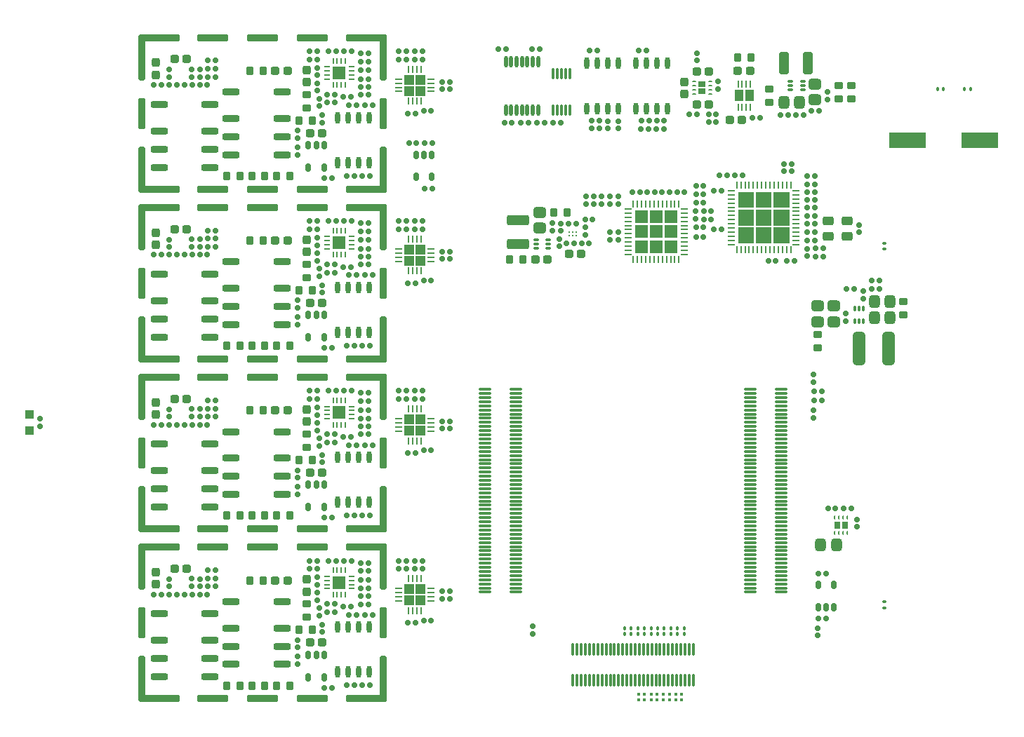
<source format=gtp>
G04*
G04 #@! TF.GenerationSoftware,Altium Limited,Altium Designer,23.0.1 (38)*
G04*
G04 Layer_Color=8421504*
%FSAX25Y25*%
%MOIN*%
G70*
G04*
G04 #@! TF.SameCoordinates,6E8D14A1-A76B-48EF-8A5D-7AFE63AE9358*
G04*
G04*
G04 #@! TF.FilePolarity,Positive*
G04*
G01*
G75*
%ADD20R,0.04331X0.05512*%
%ADD21R,0.04331X0.05512*%
%ADD22R,0.04528X0.04528*%
%ADD23R,0.02756X0.03543*%
%ADD24R,0.03543X0.02756*%
%ADD25R,0.06102X0.06102*%
%ADD26O,0.00787X0.03347*%
%ADD27O,0.03347X0.00787*%
G04:AMPARAMS|DCode=28|XSize=23.62mil|YSize=23.62mil|CornerRadius=5.91mil|HoleSize=0mil|Usage=FLASHONLY|Rotation=180.000|XOffset=0mil|YOffset=0mil|HoleType=Round|Shape=RoundedRectangle|*
%AMROUNDEDRECTD28*
21,1,0.02362,0.01181,0,0,180.0*
21,1,0.01181,0.02362,0,0,180.0*
1,1,0.01181,-0.00591,0.00591*
1,1,0.01181,0.00591,0.00591*
1,1,0.01181,0.00591,-0.00591*
1,1,0.01181,-0.00591,-0.00591*
%
%ADD28ROUNDEDRECTD28*%
G04:AMPARAMS|DCode=29|XSize=23.62mil|YSize=23.62mil|CornerRadius=5.91mil|HoleSize=0mil|Usage=FLASHONLY|Rotation=270.000|XOffset=0mil|YOffset=0mil|HoleType=Round|Shape=RoundedRectangle|*
%AMROUNDEDRECTD29*
21,1,0.02362,0.01181,0,0,270.0*
21,1,0.01181,0.02362,0,0,270.0*
1,1,0.01181,-0.00591,-0.00591*
1,1,0.01181,-0.00591,0.00591*
1,1,0.01181,0.00591,0.00591*
1,1,0.01181,0.00591,-0.00591*
%
%ADD29ROUNDEDRECTD29*%
G04:AMPARAMS|DCode=30|XSize=25.2mil|YSize=25.2mil|CornerRadius=6.3mil|HoleSize=0mil|Usage=FLASHONLY|Rotation=270.000|XOffset=0mil|YOffset=0mil|HoleType=Round|Shape=RoundedRectangle|*
%AMROUNDEDRECTD30*
21,1,0.02520,0.01260,0,0,270.0*
21,1,0.01260,0.02520,0,0,270.0*
1,1,0.01260,-0.00630,-0.00630*
1,1,0.01260,-0.00630,0.00630*
1,1,0.01260,0.00630,0.00630*
1,1,0.01260,0.00630,-0.00630*
%
%ADD30ROUNDEDRECTD30*%
G04:AMPARAMS|DCode=31|XSize=37.4mil|YSize=41.34mil|CornerRadius=9.35mil|HoleSize=0mil|Usage=FLASHONLY|Rotation=270.000|XOffset=0mil|YOffset=0mil|HoleType=Round|Shape=RoundedRectangle|*
%AMROUNDEDRECTD31*
21,1,0.03740,0.02264,0,0,270.0*
21,1,0.01870,0.04134,0,0,270.0*
1,1,0.01870,-0.01132,-0.00935*
1,1,0.01870,-0.01132,0.00935*
1,1,0.01870,0.01132,0.00935*
1,1,0.01870,0.01132,-0.00935*
%
%ADD31ROUNDEDRECTD31*%
G04:AMPARAMS|DCode=32|XSize=37.4mil|YSize=41.34mil|CornerRadius=9.35mil|HoleSize=0mil|Usage=FLASHONLY|Rotation=0.000|XOffset=0mil|YOffset=0mil|HoleType=Round|Shape=RoundedRectangle|*
%AMROUNDEDRECTD32*
21,1,0.03740,0.02264,0,0,0.0*
21,1,0.01870,0.04134,0,0,0.0*
1,1,0.01870,0.00935,-0.01132*
1,1,0.01870,-0.00935,-0.01132*
1,1,0.01870,-0.00935,0.01132*
1,1,0.01870,0.00935,0.01132*
%
%ADD32ROUNDEDRECTD32*%
G04:AMPARAMS|DCode=33|XSize=25.2mil|YSize=24.8mil|CornerRadius=6.2mil|HoleSize=0mil|Usage=FLASHONLY|Rotation=0.000|XOffset=0mil|YOffset=0mil|HoleType=Round|Shape=RoundedRectangle|*
%AMROUNDEDRECTD33*
21,1,0.02520,0.01240,0,0,0.0*
21,1,0.01280,0.02480,0,0,0.0*
1,1,0.01240,0.00640,-0.00620*
1,1,0.01240,-0.00640,-0.00620*
1,1,0.01240,-0.00640,0.00620*
1,1,0.01240,0.00640,0.00620*
%
%ADD33ROUNDEDRECTD33*%
G04:AMPARAMS|DCode=34|XSize=31.5mil|YSize=81.1mil|CornerRadius=7.87mil|HoleSize=0mil|Usage=FLASHONLY|Rotation=270.000|XOffset=0mil|YOffset=0mil|HoleType=Round|Shape=RoundedRectangle|*
%AMROUNDEDRECTD34*
21,1,0.03150,0.06535,0,0,270.0*
21,1,0.01575,0.08110,0,0,270.0*
1,1,0.01575,-0.03268,-0.00787*
1,1,0.01575,-0.03268,0.00787*
1,1,0.01575,0.03268,0.00787*
1,1,0.01575,0.03268,-0.00787*
%
%ADD34ROUNDEDRECTD34*%
G04:AMPARAMS|DCode=35|XSize=39.37mil|YSize=35.43mil|CornerRadius=8.86mil|HoleSize=0mil|Usage=FLASHONLY|Rotation=90.000|XOffset=0mil|YOffset=0mil|HoleType=Round|Shape=RoundedRectangle|*
%AMROUNDEDRECTD35*
21,1,0.03937,0.01772,0,0,90.0*
21,1,0.02165,0.03543,0,0,90.0*
1,1,0.01772,0.00886,0.01083*
1,1,0.01772,0.00886,-0.01083*
1,1,0.01772,-0.00886,-0.01083*
1,1,0.01772,-0.00886,0.01083*
%
%ADD35ROUNDEDRECTD35*%
%ADD36O,0.02362X0.05709*%
G04:AMPARAMS|DCode=37|XSize=25.2mil|YSize=25.2mil|CornerRadius=6.3mil|HoleSize=0mil|Usage=FLASHONLY|Rotation=180.000|XOffset=0mil|YOffset=0mil|HoleType=Round|Shape=RoundedRectangle|*
%AMROUNDEDRECTD37*
21,1,0.02520,0.01260,0,0,180.0*
21,1,0.01260,0.02520,0,0,180.0*
1,1,0.01260,-0.00630,0.00630*
1,1,0.01260,0.00630,0.00630*
1,1,0.01260,0.00630,-0.00630*
1,1,0.01260,-0.00630,-0.00630*
%
%ADD37ROUNDEDRECTD37*%
%ADD38O,0.01378X0.05512*%
G04:AMPARAMS|DCode=39|XSize=9.84mil|YSize=35.43mil|CornerRadius=2.46mil|HoleSize=0mil|Usage=FLASHONLY|Rotation=180.000|XOffset=0mil|YOffset=0mil|HoleType=Round|Shape=RoundedRectangle|*
%AMROUNDEDRECTD39*
21,1,0.00984,0.03051,0,0,180.0*
21,1,0.00492,0.03543,0,0,180.0*
1,1,0.00492,-0.00246,0.01526*
1,1,0.00492,0.00246,0.01526*
1,1,0.00492,0.00246,-0.01526*
1,1,0.00492,-0.00246,-0.01526*
%
%ADD39ROUNDEDRECTD39*%
%ADD40O,0.00984X0.03150*%
%ADD41O,0.03150X0.00984*%
G04:AMPARAMS|DCode=42|XSize=58.27mil|YSize=58.27mil|CornerRadius=0mil|HoleSize=0mil|Usage=FLASHONLY|Rotation=0.000|XOffset=0mil|YOffset=0mil|HoleType=Round|Shape=RoundedRectangle|*
%AMROUNDEDRECTD42*
21,1,0.05827,0.05827,0,0,0.0*
21,1,0.05827,0.05827,0,0,0.0*
1,1,0.00000,0.02913,-0.02913*
1,1,0.00000,-0.02913,-0.02913*
1,1,0.00000,-0.02913,0.02913*
1,1,0.00000,0.02913,0.02913*
%
%ADD42ROUNDEDRECTD42*%
G04:AMPARAMS|DCode=43|XSize=39.37mil|YSize=35.43mil|CornerRadius=8.86mil|HoleSize=0mil|Usage=FLASHONLY|Rotation=180.000|XOffset=0mil|YOffset=0mil|HoleType=Round|Shape=RoundedRectangle|*
%AMROUNDEDRECTD43*
21,1,0.03937,0.01772,0,0,180.0*
21,1,0.02165,0.03543,0,0,180.0*
1,1,0.01772,-0.01083,0.00886*
1,1,0.01772,0.01083,0.00886*
1,1,0.01772,0.01083,-0.00886*
1,1,0.01772,-0.01083,-0.00886*
%
%ADD43ROUNDEDRECTD43*%
G04:AMPARAMS|DCode=44|XSize=23.62mil|YSize=39.37mil|CornerRadius=5.91mil|HoleSize=0mil|Usage=FLASHONLY|Rotation=0.000|XOffset=0mil|YOffset=0mil|HoleType=Round|Shape=RoundedRectangle|*
%AMROUNDEDRECTD44*
21,1,0.02362,0.02756,0,0,0.0*
21,1,0.01181,0.03937,0,0,0.0*
1,1,0.01181,0.00591,-0.01378*
1,1,0.01181,-0.00591,-0.01378*
1,1,0.01181,-0.00591,0.01378*
1,1,0.01181,0.00591,0.01378*
%
%ADD44ROUNDEDRECTD44*%
G04:AMPARAMS|DCode=45|XSize=11.81mil|YSize=26.38mil|CornerRadius=2.95mil|HoleSize=0mil|Usage=FLASHONLY|Rotation=180.000|XOffset=0mil|YOffset=0mil|HoleType=Round|Shape=RoundedRectangle|*
%AMROUNDEDRECTD45*
21,1,0.01181,0.02047,0,0,180.0*
21,1,0.00591,0.02638,0,0,180.0*
1,1,0.00591,-0.00295,0.01024*
1,1,0.00591,0.00295,0.01024*
1,1,0.00591,0.00295,-0.01024*
1,1,0.00591,-0.00295,-0.01024*
%
%ADD45ROUNDEDRECTD45*%
G04:AMPARAMS|DCode=46|XSize=157.48mil|YSize=59.06mil|CornerRadius=14.76mil|HoleSize=0mil|Usage=FLASHONLY|Rotation=90.000|XOffset=0mil|YOffset=0mil|HoleType=Round|Shape=RoundedRectangle|*
%AMROUNDEDRECTD46*
21,1,0.15748,0.02953,0,0,90.0*
21,1,0.12795,0.05906,0,0,90.0*
1,1,0.02953,0.01476,0.06398*
1,1,0.02953,0.01476,-0.06398*
1,1,0.02953,-0.01476,-0.06398*
1,1,0.02953,-0.01476,0.06398*
%
%ADD46ROUNDEDRECTD46*%
G04:AMPARAMS|DCode=47|XSize=59.06mil|YSize=51.18mil|CornerRadius=12.8mil|HoleSize=0mil|Usage=FLASHONLY|Rotation=90.000|XOffset=0mil|YOffset=0mil|HoleType=Round|Shape=RoundedRectangle|*
%AMROUNDEDRECTD47*
21,1,0.05906,0.02559,0,0,90.0*
21,1,0.03347,0.05118,0,0,90.0*
1,1,0.02559,0.01280,0.01673*
1,1,0.02559,0.01280,-0.01673*
1,1,0.02559,-0.01280,-0.01673*
1,1,0.02559,-0.01280,0.01673*
%
%ADD47ROUNDEDRECTD47*%
G04:AMPARAMS|DCode=48|XSize=59.06mil|YSize=51.18mil|CornerRadius=12.8mil|HoleSize=0mil|Usage=FLASHONLY|Rotation=0.000|XOffset=0mil|YOffset=0mil|HoleType=Round|Shape=RoundedRectangle|*
%AMROUNDEDRECTD48*
21,1,0.05906,0.02559,0,0,0.0*
21,1,0.03347,0.05118,0,0,0.0*
1,1,0.02559,0.01673,-0.01280*
1,1,0.02559,-0.01673,-0.01280*
1,1,0.02559,-0.01673,0.01280*
1,1,0.02559,0.01673,0.01280*
%
%ADD48ROUNDEDRECTD48*%
G04:AMPARAMS|DCode=49|XSize=51.18mil|YSize=43.31mil|CornerRadius=10.83mil|HoleSize=0mil|Usage=FLASHONLY|Rotation=180.000|XOffset=0mil|YOffset=0mil|HoleType=Round|Shape=RoundedRectangle|*
%AMROUNDEDRECTD49*
21,1,0.05118,0.02165,0,0,180.0*
21,1,0.02953,0.04331,0,0,180.0*
1,1,0.02165,-0.01476,0.01083*
1,1,0.02165,0.01476,0.01083*
1,1,0.02165,0.01476,-0.01083*
1,1,0.02165,-0.01476,-0.01083*
%
%ADD49ROUNDEDRECTD49*%
G04:AMPARAMS|DCode=50|XSize=173.23mil|YSize=74.8mil|CornerRadius=3.74mil|HoleSize=0mil|Usage=FLASHONLY|Rotation=0.000|XOffset=0mil|YOffset=0mil|HoleType=Round|Shape=RoundedRectangle|*
%AMROUNDEDRECTD50*
21,1,0.17323,0.06732,0,0,0.0*
21,1,0.16575,0.07480,0,0,0.0*
1,1,0.00748,0.08287,-0.03366*
1,1,0.00748,-0.08287,-0.03366*
1,1,0.00748,-0.08287,0.03366*
1,1,0.00748,0.08287,0.03366*
%
%ADD50ROUNDEDRECTD50*%
G04:AMPARAMS|DCode=51|XSize=19.68mil|YSize=11.81mil|CornerRadius=2.95mil|HoleSize=0mil|Usage=FLASHONLY|Rotation=90.000|XOffset=0mil|YOffset=0mil|HoleType=Round|Shape=RoundedRectangle|*
%AMROUNDEDRECTD51*
21,1,0.01968,0.00591,0,0,90.0*
21,1,0.01378,0.01181,0,0,90.0*
1,1,0.00591,0.00295,0.00689*
1,1,0.00591,0.00295,-0.00689*
1,1,0.00591,-0.00295,-0.00689*
1,1,0.00591,-0.00295,0.00689*
%
%ADD51ROUNDEDRECTD51*%
G04:AMPARAMS|DCode=52|XSize=107.09mil|YSize=48.42mil|CornerRadius=12.11mil|HoleSize=0mil|Usage=FLASHONLY|Rotation=270.000|XOffset=0mil|YOffset=0mil|HoleType=Round|Shape=RoundedRectangle|*
%AMROUNDEDRECTD52*
21,1,0.10709,0.02421,0,0,270.0*
21,1,0.08287,0.04842,0,0,270.0*
1,1,0.02421,-0.01211,-0.04144*
1,1,0.02421,-0.01211,0.04144*
1,1,0.02421,0.01211,0.04144*
1,1,0.02421,0.01211,-0.04144*
%
%ADD52ROUNDEDRECTD52*%
G04:AMPARAMS|DCode=53|XSize=11.81mil|YSize=26.38mil|CornerRadius=2.95mil|HoleSize=0mil|Usage=FLASHONLY|Rotation=270.000|XOffset=0mil|YOffset=0mil|HoleType=Round|Shape=RoundedRectangle|*
%AMROUNDEDRECTD53*
21,1,0.01181,0.02047,0,0,270.0*
21,1,0.00591,0.02638,0,0,270.0*
1,1,0.00591,-0.01024,-0.00295*
1,1,0.00591,-0.01024,0.00295*
1,1,0.00591,0.01024,0.00295*
1,1,0.00591,0.01024,-0.00295*
%
%ADD53ROUNDEDRECTD53*%
%ADD54O,0.01772X0.05512*%
G04:AMPARAMS|DCode=55|XSize=9.84mil|YSize=19.68mil|CornerRadius=2.46mil|HoleSize=0mil|Usage=FLASHONLY|Rotation=180.000|XOffset=0mil|YOffset=0mil|HoleType=Round|Shape=RoundedRectangle|*
%AMROUNDEDRECTD55*
21,1,0.00984,0.01476,0,0,180.0*
21,1,0.00492,0.01968,0,0,180.0*
1,1,0.00492,-0.00246,0.00738*
1,1,0.00492,0.00246,0.00738*
1,1,0.00492,0.00246,-0.00738*
1,1,0.00492,-0.00246,-0.00738*
%
%ADD55ROUNDEDRECTD55*%
%ADD56O,0.00984X0.03347*%
G04:AMPARAMS|DCode=57|XSize=19.68mil|YSize=11.81mil|CornerRadius=2.95mil|HoleSize=0mil|Usage=FLASHONLY|Rotation=0.000|XOffset=0mil|YOffset=0mil|HoleType=Round|Shape=RoundedRectangle|*
%AMROUNDEDRECTD57*
21,1,0.01968,0.00591,0,0,0.0*
21,1,0.01378,0.01181,0,0,0.0*
1,1,0.00591,0.00689,-0.00295*
1,1,0.00591,-0.00689,-0.00295*
1,1,0.00591,-0.00689,0.00295*
1,1,0.00591,0.00689,0.00295*
%
%ADD57ROUNDEDRECTD57*%
G04:AMPARAMS|DCode=58|XSize=9.84mil|YSize=19.68mil|CornerRadius=2.46mil|HoleSize=0mil|Usage=FLASHONLY|Rotation=90.000|XOffset=0mil|YOffset=0mil|HoleType=Round|Shape=RoundedRectangle|*
%AMROUNDEDRECTD58*
21,1,0.00984,0.01476,0,0,90.0*
21,1,0.00492,0.01968,0,0,90.0*
1,1,0.00492,0.00738,0.00246*
1,1,0.00492,0.00738,-0.00246*
1,1,0.00492,-0.00738,-0.00246*
1,1,0.00492,-0.00738,0.00246*
%
%ADD58ROUNDEDRECTD58*%
G04:AMPARAMS|DCode=59|XSize=31.5mil|YSize=149.61mil|CornerRadius=7.87mil|HoleSize=0mil|Usage=FLASHONLY|Rotation=180.000|XOffset=0mil|YOffset=0mil|HoleType=Round|Shape=RoundedRectangle|*
%AMROUNDEDRECTD59*
21,1,0.03150,0.13386,0,0,180.0*
21,1,0.01575,0.14961,0,0,180.0*
1,1,0.01575,-0.00787,0.06693*
1,1,0.01575,0.00787,0.06693*
1,1,0.01575,0.00787,-0.06693*
1,1,0.01575,-0.00787,-0.06693*
%
%ADD59ROUNDEDRECTD59*%
G04:AMPARAMS|DCode=60|XSize=31.5mil|YSize=149.61mil|CornerRadius=7.87mil|HoleSize=0mil|Usage=FLASHONLY|Rotation=270.000|XOffset=0mil|YOffset=0mil|HoleType=Round|Shape=RoundedRectangle|*
%AMROUNDEDRECTD60*
21,1,0.03150,0.13386,0,0,270.0*
21,1,0.01575,0.14961,0,0,270.0*
1,1,0.01575,-0.06693,-0.00787*
1,1,0.01575,-0.06693,0.00787*
1,1,0.01575,0.06693,0.00787*
1,1,0.01575,0.06693,-0.00787*
%
%ADD60ROUNDEDRECTD60*%
G04:AMPARAMS|DCode=61|XSize=31.5mil|YSize=218.5mil|CornerRadius=7.87mil|HoleSize=0mil|Usage=FLASHONLY|Rotation=180.000|XOffset=0mil|YOffset=0mil|HoleType=Round|Shape=RoundedRectangle|*
%AMROUNDEDRECTD61*
21,1,0.03150,0.20276,0,0,180.0*
21,1,0.01575,0.21850,0,0,180.0*
1,1,0.01575,-0.00787,0.10138*
1,1,0.01575,0.00787,0.10138*
1,1,0.01575,0.00787,-0.10138*
1,1,0.01575,-0.00787,-0.10138*
%
%ADD61ROUNDEDRECTD61*%
G04:AMPARAMS|DCode=62|XSize=31.5mil|YSize=196.06mil|CornerRadius=7.87mil|HoleSize=0mil|Usage=FLASHONLY|Rotation=270.000|XOffset=0mil|YOffset=0mil|HoleType=Round|Shape=RoundedRectangle|*
%AMROUNDEDRECTD62*
21,1,0.03150,0.18032,0,0,270.0*
21,1,0.01575,0.19606,0,0,270.0*
1,1,0.01575,-0.09016,-0.00787*
1,1,0.01575,-0.09016,0.00787*
1,1,0.01575,0.09016,0.00787*
1,1,0.01575,0.09016,-0.00787*
%
%ADD62ROUNDEDRECTD62*%
%ADD63O,0.03347X0.00984*%
%ADD64C,0.01100*%
%ADD65O,0.00984X0.03543*%
%ADD66O,0.03543X0.00984*%
G04:AMPARAMS|DCode=67|XSize=13.78mil|YSize=15.75mil|CornerRadius=3.45mil|HoleSize=0mil|Usage=FLASHONLY|Rotation=0.000|XOffset=0mil|YOffset=0mil|HoleType=Round|Shape=RoundedRectangle|*
%AMROUNDEDRECTD67*
21,1,0.01378,0.00886,0,0,0.0*
21,1,0.00689,0.01575,0,0,0.0*
1,1,0.00689,0.00345,-0.00443*
1,1,0.00689,-0.00345,-0.00443*
1,1,0.00689,-0.00345,0.00443*
1,1,0.00689,0.00345,0.00443*
%
%ADD67ROUNDEDRECTD67*%
G04:AMPARAMS|DCode=68|XSize=107.09mil|YSize=48.42mil|CornerRadius=12.11mil|HoleSize=0mil|Usage=FLASHONLY|Rotation=180.000|XOffset=0mil|YOffset=0mil|HoleType=Round|Shape=RoundedRectangle|*
%AMROUNDEDRECTD68*
21,1,0.10709,0.02421,0,0,180.0*
21,1,0.08287,0.04842,0,0,180.0*
1,1,0.02421,-0.04144,0.01211*
1,1,0.02421,0.04144,0.01211*
1,1,0.02421,0.04144,-0.01211*
1,1,0.02421,-0.04144,-0.01211*
%
%ADD68ROUNDEDRECTD68*%
G04:AMPARAMS|DCode=69|XSize=11.81mil|YSize=59.06mil|CornerRadius=2.95mil|HoleSize=0mil|Usage=FLASHONLY|Rotation=0.000|XOffset=0mil|YOffset=0mil|HoleType=Round|Shape=RoundedRectangle|*
%AMROUNDEDRECTD69*
21,1,0.01181,0.05315,0,0,0.0*
21,1,0.00591,0.05906,0,0,0.0*
1,1,0.00591,0.00295,-0.02657*
1,1,0.00591,-0.00295,-0.02657*
1,1,0.00591,-0.00295,0.02657*
1,1,0.00591,0.00295,0.02657*
%
%ADD69ROUNDEDRECTD69*%
G04:AMPARAMS|DCode=70|XSize=11.81mil|YSize=59.06mil|CornerRadius=2.95mil|HoleSize=0mil|Usage=FLASHONLY|Rotation=270.000|XOffset=0mil|YOffset=0mil|HoleType=Round|Shape=RoundedRectangle|*
%AMROUNDEDRECTD70*
21,1,0.01181,0.05315,0,0,270.0*
21,1,0.00591,0.05906,0,0,270.0*
1,1,0.00591,-0.02657,-0.00295*
1,1,0.00591,-0.02657,0.00295*
1,1,0.00591,0.02657,0.00295*
1,1,0.00591,0.02657,-0.00295*
%
%ADD70ROUNDEDRECTD70*%
G04:AMPARAMS|DCode=71|XSize=43.31mil|YSize=43.31mil|CornerRadius=10.83mil|HoleSize=0mil|Usage=FLASHONLY|Rotation=90.000|XOffset=0mil|YOffset=0mil|HoleType=Round|Shape=RoundedRectangle|*
%AMROUNDEDRECTD71*
21,1,0.04331,0.02165,0,0,90.0*
21,1,0.02165,0.04331,0,0,90.0*
1,1,0.02165,0.01083,0.01083*
1,1,0.02165,0.01083,-0.01083*
1,1,0.02165,-0.01083,-0.01083*
1,1,0.02165,-0.01083,0.01083*
%
%ADD71ROUNDEDRECTD71*%
G04:AMPARAMS|DCode=72|XSize=16.54mil|YSize=18.11mil|CornerRadius=4.13mil|HoleSize=0mil|Usage=FLASHONLY|Rotation=0.000|XOffset=0mil|YOffset=0mil|HoleType=Round|Shape=RoundedRectangle|*
%AMROUNDEDRECTD72*
21,1,0.01654,0.00984,0,0,0.0*
21,1,0.00827,0.01811,0,0,0.0*
1,1,0.00827,0.00413,-0.00492*
1,1,0.00827,-0.00413,-0.00492*
1,1,0.00827,-0.00413,0.00492*
1,1,0.00827,0.00413,0.00492*
%
%ADD72ROUNDEDRECTD72*%
G36*
X0364469Y0298031D02*
X0356988D01*
Y0305512D01*
X0364469D01*
Y0298031D01*
D02*
G37*
G36*
X0347539D02*
X0340059D01*
Y0305512D01*
X0347539D01*
Y0298031D01*
D02*
G37*
G36*
X0356004Y0298031D02*
X0348524D01*
Y0305512D01*
X0356004D01*
Y0298031D01*
D02*
G37*
G36*
X0364469Y0289567D02*
X0356988D01*
Y0297047D01*
X0364469D01*
Y0289567D01*
D02*
G37*
G36*
X0356004D02*
X0348524D01*
Y0297047D01*
X0356004D01*
Y0289567D01*
D02*
G37*
G36*
X0347539D02*
X0340059D01*
Y0297047D01*
X0347539D01*
Y0289567D01*
D02*
G37*
G36*
X0364469Y0281102D02*
X0356988D01*
Y0288583D01*
X0364469D01*
Y0281102D01*
D02*
G37*
G36*
X0356004D02*
X0348524D01*
Y0288583D01*
X0356004D01*
Y0281102D01*
D02*
G37*
G36*
X0347539D02*
X0340059D01*
Y0288583D01*
X0347539D01*
Y0281102D01*
D02*
G37*
D20*
X0345571Y0351378D02*
D03*
D21*
X0340453D02*
D03*
D22*
X0183856Y0192126D02*
D03*
Y0197441D02*
D03*
X0189171D02*
D03*
Y0192126D02*
D03*
X0183856Y0111417D02*
D03*
Y0116732D02*
D03*
X0189171D02*
D03*
Y0111417D02*
D03*
X0183858Y0272835D02*
D03*
Y0278150D02*
D03*
X0189173D02*
D03*
Y0272835D02*
D03*
X0183859Y0353543D02*
D03*
Y0358858D02*
D03*
X0189173D02*
D03*
Y0353543D02*
D03*
D23*
X0390747Y0147146D02*
D03*
X0387203D02*
D03*
D24*
X0322994Y0356793D02*
D03*
Y0353250D02*
D03*
D25*
X0294067Y0293701D02*
D03*
X0301154D02*
D03*
X0308240D02*
D03*
Y0286614D02*
D03*
X0301154D02*
D03*
X0294067D02*
D03*
Y0279528D02*
D03*
X0301154D02*
D03*
X0308240D02*
D03*
D26*
X0339469Y0277953D02*
D03*
X0341437D02*
D03*
X0343406D02*
D03*
X0345374D02*
D03*
X0347342D02*
D03*
X0349311D02*
D03*
X0351279D02*
D03*
X0353248D02*
D03*
X0355217D02*
D03*
X0357185D02*
D03*
X0359154D02*
D03*
X0361122D02*
D03*
X0363090D02*
D03*
X0365059D02*
D03*
Y0308661D02*
D03*
X0363090D02*
D03*
X0361122D02*
D03*
X0359154D02*
D03*
X0357185D02*
D03*
X0355217D02*
D03*
X0353248D02*
D03*
X0351279D02*
D03*
X0349311D02*
D03*
X0347342D02*
D03*
X0345374D02*
D03*
X0343406D02*
D03*
X0341437D02*
D03*
X0339469D02*
D03*
D27*
X0367618Y0280512D02*
D03*
Y0282480D02*
D03*
Y0284449D02*
D03*
Y0286417D02*
D03*
Y0288386D02*
D03*
Y0290354D02*
D03*
Y0292323D02*
D03*
Y0294291D02*
D03*
Y0296260D02*
D03*
Y0298228D02*
D03*
Y0300197D02*
D03*
Y0302165D02*
D03*
Y0304134D02*
D03*
Y0306102D02*
D03*
X0336910D02*
D03*
Y0304134D02*
D03*
Y0302165D02*
D03*
Y0300197D02*
D03*
Y0298228D02*
D03*
Y0296260D02*
D03*
Y0294291D02*
D03*
Y0292323D02*
D03*
Y0290354D02*
D03*
Y0288386D02*
D03*
Y0286417D02*
D03*
Y0284449D02*
D03*
Y0282480D02*
D03*
Y0280512D02*
D03*
D28*
X0365551Y0318799D02*
D03*
Y0315256D02*
D03*
X0373031Y0275000D02*
D03*
Y0278543D02*
D03*
X0069882Y0282874D02*
D03*
Y0279331D02*
D03*
X0084449Y0282972D02*
D03*
Y0279429D02*
D03*
X0069882Y0202165D02*
D03*
Y0198622D02*
D03*
X0084449Y0202264D02*
D03*
Y0198721D02*
D03*
X0069882Y0121457D02*
D03*
Y0117913D02*
D03*
X0084449Y0121555D02*
D03*
Y0118012D02*
D03*
Y0360138D02*
D03*
Y0363681D02*
D03*
X0069882Y0363583D02*
D03*
Y0360039D02*
D03*
X0270571Y0335728D02*
D03*
Y0339272D02*
D03*
X0274311Y0339272D02*
D03*
Y0335728D02*
D03*
X0140354Y0283760D02*
D03*
Y0280217D02*
D03*
X0130807Y0253937D02*
D03*
Y0250394D02*
D03*
X0141240Y0265551D02*
D03*
Y0269094D02*
D03*
X0142618Y0257677D02*
D03*
Y0261221D02*
D03*
X0140354Y0203051D02*
D03*
Y0199508D02*
D03*
X0130807Y0173228D02*
D03*
Y0169685D02*
D03*
X0141240Y0184843D02*
D03*
Y0188386D02*
D03*
X0142618Y0176969D02*
D03*
Y0180512D02*
D03*
X0140354Y0122343D02*
D03*
Y0118799D02*
D03*
X0130807Y0092520D02*
D03*
Y0088976D02*
D03*
X0141240Y0104134D02*
D03*
Y0107677D02*
D03*
X0142618Y0096260D02*
D03*
Y0099803D02*
D03*
Y0341929D02*
D03*
Y0338386D02*
D03*
X0141240Y0346260D02*
D03*
Y0349803D02*
D03*
X0130807Y0331102D02*
D03*
Y0334646D02*
D03*
X0140354Y0360925D02*
D03*
Y0364469D02*
D03*
X0361811Y0315256D02*
D03*
Y0318799D02*
D03*
X0375984Y0215158D02*
D03*
Y0218701D02*
D03*
X0382677Y0349508D02*
D03*
Y0353051D02*
D03*
X0320571Y0371457D02*
D03*
Y0367913D02*
D03*
X0377953Y0098228D02*
D03*
Y0094685D02*
D03*
X0375984Y0201772D02*
D03*
Y0198228D02*
D03*
X0242618Y0099114D02*
D03*
Y0095571D02*
D03*
X0008661Y0194095D02*
D03*
Y0197638D02*
D03*
X0319910Y0296260D02*
D03*
Y0292717D02*
D03*
X0255118Y0283169D02*
D03*
Y0279626D02*
D03*
X0396457Y0146358D02*
D03*
Y0149902D02*
D03*
X0255807Y0290453D02*
D03*
Y0286910D02*
D03*
X0267913Y0299705D02*
D03*
Y0303248D02*
D03*
X0271457Y0299705D02*
D03*
Y0303248D02*
D03*
D29*
X0373012Y0309197D02*
D03*
X0376555D02*
D03*
X0373031Y0305413D02*
D03*
X0376575D02*
D03*
X0376575Y0282480D02*
D03*
X0373031D02*
D03*
X0087992Y0275590D02*
D03*
X0084449D02*
D03*
X0077165Y0275590D02*
D03*
X0080709D02*
D03*
X0069882D02*
D03*
X0073425D02*
D03*
X0066142D02*
D03*
X0062598D02*
D03*
X0087992Y0194882D02*
D03*
X0084449D02*
D03*
X0077165Y0194882D02*
D03*
X0080709D02*
D03*
X0069882D02*
D03*
X0073425D02*
D03*
X0066142D02*
D03*
X0062598D02*
D03*
X0087992Y0114173D02*
D03*
X0084449D02*
D03*
X0077165Y0114173D02*
D03*
X0080709D02*
D03*
X0069882D02*
D03*
X0073425D02*
D03*
X0066142D02*
D03*
X0062598D02*
D03*
X0087992Y0356299D02*
D03*
X0084449D02*
D03*
X0080709Y0356299D02*
D03*
X0077165D02*
D03*
X0069882D02*
D03*
X0073425D02*
D03*
X0066142D02*
D03*
X0062598D02*
D03*
X0331299Y0313287D02*
D03*
X0334842D02*
D03*
X0164567Y0363287D02*
D03*
X0161024D02*
D03*
X0164567Y0282579D02*
D03*
X0161024D02*
D03*
X0161024Y0278346D02*
D03*
X0164567D02*
D03*
X0164469Y0274705D02*
D03*
X0160925D02*
D03*
X0157776Y0232480D02*
D03*
X0154232D02*
D03*
X0152854Y0291634D02*
D03*
X0156398D02*
D03*
X0164567Y0201870D02*
D03*
X0161024D02*
D03*
X0161024Y0197638D02*
D03*
X0164567D02*
D03*
X0164469Y0193996D02*
D03*
X0160925D02*
D03*
X0157776Y0151772D02*
D03*
X0154232D02*
D03*
X0152854Y0210925D02*
D03*
X0156398D02*
D03*
X0164567Y0121161D02*
D03*
X0161024D02*
D03*
X0161024Y0116929D02*
D03*
X0164567D02*
D03*
X0164469Y0113287D02*
D03*
X0160925D02*
D03*
X0157776Y0071063D02*
D03*
X0154232D02*
D03*
X0152854Y0130217D02*
D03*
X0156398D02*
D03*
X0154232Y0313189D02*
D03*
X0157776D02*
D03*
X0152854Y0372342D02*
D03*
X0156398D02*
D03*
X0164469Y0355413D02*
D03*
X0160925D02*
D03*
X0161024Y0359055D02*
D03*
X0164567D02*
D03*
X0327264Y0292520D02*
D03*
X0323721D02*
D03*
X0327264Y0296457D02*
D03*
X0323721D02*
D03*
X0186909Y0342717D02*
D03*
X0183366D02*
D03*
X0183760Y0328740D02*
D03*
X0187303D02*
D03*
X0391535Y0259449D02*
D03*
X0395079D02*
D03*
X0403543Y0263386D02*
D03*
X0407087D02*
D03*
X0373031Y0294193D02*
D03*
X0376575D02*
D03*
X0380413Y0278642D02*
D03*
X0376870D02*
D03*
X0380413Y0274705D02*
D03*
X0376870D02*
D03*
X0373031Y0297933D02*
D03*
X0376575D02*
D03*
X0373031Y0301673D02*
D03*
X0376575D02*
D03*
X0376575Y0312992D02*
D03*
X0373031D02*
D03*
X0354429Y0272835D02*
D03*
X0357972D02*
D03*
X0360236Y0341929D02*
D03*
X0363780D02*
D03*
X0378445Y0344094D02*
D03*
X0374902D02*
D03*
X0371063Y0341929D02*
D03*
X0367520D02*
D03*
X0232677Y0338484D02*
D03*
X0229134D02*
D03*
X0244685D02*
D03*
X0248228D02*
D03*
X0242323Y0373327D02*
D03*
X0245866D02*
D03*
X0229724Y0373327D02*
D03*
X0226181D02*
D03*
X0294350Y0339370D02*
D03*
X0297894D02*
D03*
X0301437D02*
D03*
X0304980D02*
D03*
X0376181Y0206299D02*
D03*
X0379724D02*
D03*
X0376181Y0210630D02*
D03*
X0379724D02*
D03*
X0317028Y0342323D02*
D03*
X0329687Y0338683D02*
D03*
X0326144D02*
D03*
Y0342423D02*
D03*
X0329687D02*
D03*
X0320571Y0342323D02*
D03*
X0183366Y0262008D02*
D03*
X0186909D02*
D03*
X0199606Y0277165D02*
D03*
X0203150D02*
D03*
X0199606Y0273622D02*
D03*
X0203150D02*
D03*
X0183366Y0181299D02*
D03*
X0186909D02*
D03*
X0199606Y0196457D02*
D03*
X0203150D02*
D03*
X0199606Y0192913D02*
D03*
X0203150D02*
D03*
X0183366Y0100591D02*
D03*
X0186909D02*
D03*
X0199606Y0115748D02*
D03*
X0203150D02*
D03*
X0199606Y0112205D02*
D03*
X0203150D02*
D03*
X0311095Y0305315D02*
D03*
X0314638D02*
D03*
X0304008D02*
D03*
X0307551D02*
D03*
X0265748Y0281004D02*
D03*
X0269291D02*
D03*
X0296921Y0305315D02*
D03*
X0300465D02*
D03*
X0258661Y0281004D02*
D03*
X0262205D02*
D03*
X0289835Y0305315D02*
D03*
X0293378D02*
D03*
X0267421Y0292323D02*
D03*
X0270965D02*
D03*
X0203150Y0354331D02*
D03*
X0199606D02*
D03*
X0203150Y0357874D02*
D03*
X0199606D02*
D03*
D30*
X0088346Y0279429D02*
D03*
X0091969D02*
D03*
X0088346Y0287205D02*
D03*
X0091969D02*
D03*
X0088346Y0283268D02*
D03*
X0091969D02*
D03*
X0091969Y0360138D02*
D03*
X0088346D02*
D03*
X0091969Y0363976D02*
D03*
X0088346D02*
D03*
X0091969Y0367913D02*
D03*
X0088346D02*
D03*
X0273169Y0372638D02*
D03*
X0269547D02*
D03*
X0252323Y0338386D02*
D03*
X0255945D02*
D03*
X0350630Y0340748D02*
D03*
X0347008D02*
D03*
X0342264Y0313287D02*
D03*
X0338642D02*
D03*
X0328701Y0287795D02*
D03*
X0332323D02*
D03*
Y0306201D02*
D03*
X0328701D02*
D03*
X0178996Y0372342D02*
D03*
X0182618D02*
D03*
X0164508Y0367421D02*
D03*
X0160886D02*
D03*
X0160886Y0270965D02*
D03*
X0164508D02*
D03*
X0162756Y0265945D02*
D03*
X0166378D02*
D03*
X0178996Y0291634D02*
D03*
X0182618D02*
D03*
X0147087Y0231299D02*
D03*
X0143465D02*
D03*
X0164508Y0286713D02*
D03*
X0160886D02*
D03*
X0145433Y0291634D02*
D03*
X0149055D02*
D03*
X0140295Y0287697D02*
D03*
X0136673D02*
D03*
X0160886Y0290650D02*
D03*
X0164508D02*
D03*
X0140295Y0291634D02*
D03*
X0136673D02*
D03*
X0158898Y0265945D02*
D03*
X0155276D02*
D03*
X0156240Y0269882D02*
D03*
X0152618D02*
D03*
X0165197Y0232480D02*
D03*
X0161575D02*
D03*
X0148661Y0267224D02*
D03*
X0145039D02*
D03*
X0145039Y0271162D02*
D03*
X0148661D02*
D03*
X0091969Y0206496D02*
D03*
X0088346D02*
D03*
X0091969Y0202559D02*
D03*
X0088346D02*
D03*
X0091969Y0198721D02*
D03*
X0088346D02*
D03*
X0160886Y0190256D02*
D03*
X0164508D02*
D03*
X0162756Y0185236D02*
D03*
X0166378D02*
D03*
X0178996Y0210925D02*
D03*
X0182618D02*
D03*
X0147087Y0150591D02*
D03*
X0143465D02*
D03*
X0164508Y0206004D02*
D03*
X0160886D02*
D03*
X0145433Y0210925D02*
D03*
X0149055D02*
D03*
X0140295Y0206988D02*
D03*
X0136673D02*
D03*
X0160886Y0209941D02*
D03*
X0164508D02*
D03*
X0140295Y0210925D02*
D03*
X0136673D02*
D03*
X0158898Y0185236D02*
D03*
X0155276D02*
D03*
X0156240Y0189173D02*
D03*
X0152618D02*
D03*
X0165197Y0151772D02*
D03*
X0161575D02*
D03*
X0148661Y0186516D02*
D03*
X0145039D02*
D03*
X0145039Y0190453D02*
D03*
X0148661D02*
D03*
X0091969Y0125787D02*
D03*
X0088346D02*
D03*
X0091969Y0121850D02*
D03*
X0088346D02*
D03*
X0091969Y0118012D02*
D03*
X0088346D02*
D03*
X0160886Y0109547D02*
D03*
X0164508D02*
D03*
X0162756Y0104528D02*
D03*
X0166378D02*
D03*
X0178996Y0130217D02*
D03*
X0182618D02*
D03*
X0147087Y0069882D02*
D03*
X0143465D02*
D03*
X0164508Y0125295D02*
D03*
X0160886D02*
D03*
X0145433Y0130217D02*
D03*
X0149055D02*
D03*
X0140295Y0126280D02*
D03*
X0136673D02*
D03*
X0160886Y0129232D02*
D03*
X0164508D02*
D03*
X0140295Y0130217D02*
D03*
X0136673D02*
D03*
X0158898Y0104528D02*
D03*
X0155276D02*
D03*
X0156240Y0108465D02*
D03*
X0152618D02*
D03*
X0165197Y0071063D02*
D03*
X0161575D02*
D03*
X0148661Y0105807D02*
D03*
X0145039D02*
D03*
X0145039Y0109744D02*
D03*
X0148661D02*
D03*
X0161575Y0313189D02*
D03*
X0165197D02*
D03*
X0145039Y0347933D02*
D03*
X0148661D02*
D03*
X0148661Y0351870D02*
D03*
X0145039D02*
D03*
X0152618Y0350591D02*
D03*
X0156240D02*
D03*
X0149055Y0372343D02*
D03*
X0145433D02*
D03*
X0140295Y0368406D02*
D03*
X0136673D02*
D03*
X0164508Y0371358D02*
D03*
X0160886D02*
D03*
X0140295Y0372343D02*
D03*
X0136673D02*
D03*
X0155276Y0346654D02*
D03*
X0158898D02*
D03*
X0166378D02*
D03*
X0162756D02*
D03*
X0164508Y0351673D02*
D03*
X0160886D02*
D03*
X0147087Y0312008D02*
D03*
X0143465D02*
D03*
X0191102Y0307087D02*
D03*
X0194724D02*
D03*
X0191102Y0328740D02*
D03*
X0194724D02*
D03*
X0403504Y0259449D02*
D03*
X0407126D02*
D03*
X0366870Y0272736D02*
D03*
X0363248D02*
D03*
X0372992Y0286417D02*
D03*
X0376614D02*
D03*
X0372992Y0290354D02*
D03*
X0376614D02*
D03*
X0236870Y0338386D02*
D03*
X0240492D02*
D03*
X0292894Y0372638D02*
D03*
X0296516D02*
D03*
X0297480Y0335433D02*
D03*
X0293858D02*
D03*
X0304980Y0335433D02*
D03*
X0301358D02*
D03*
X0393898Y0154921D02*
D03*
X0390276D02*
D03*
X0186476Y0372342D02*
D03*
Y0368406D02*
D03*
X0182618D02*
D03*
X0186476Y0130217D02*
D03*
Y0126279D02*
D03*
X0182618D02*
D03*
X0186476Y0210925D02*
D03*
Y0206988D02*
D03*
X0182618D02*
D03*
X0186476Y0291634D02*
D03*
Y0287697D02*
D03*
X0182618D02*
D03*
X0178996D02*
D03*
X0190098D02*
D03*
Y0291634D02*
D03*
X0194331Y0263287D02*
D03*
X0190709D02*
D03*
X0178996Y0206988D02*
D03*
X0190098D02*
D03*
Y0210925D02*
D03*
X0194331Y0182579D02*
D03*
X0190709D02*
D03*
X0178996Y0126279D02*
D03*
X0190098D02*
D03*
Y0130217D02*
D03*
X0194331Y0101870D02*
D03*
X0190709D02*
D03*
X0194331Y0343996D02*
D03*
X0190709D02*
D03*
X0178996Y0368406D02*
D03*
X0190098D02*
D03*
Y0372342D02*
D03*
X0378110Y0124016D02*
D03*
X0381732D02*
D03*
X0378110Y0102756D02*
D03*
X0381732D02*
D03*
X0386358Y0154921D02*
D03*
X0382736D02*
D03*
X0259704Y0290453D02*
D03*
X0263327D02*
D03*
X0320068Y0288583D02*
D03*
X0323690D02*
D03*
X0320068Y0284055D02*
D03*
X0323690D02*
D03*
X0320068Y0300394D02*
D03*
X0323690D02*
D03*
X0320068Y0304331D02*
D03*
X0323690D02*
D03*
X0320068Y0308268D02*
D03*
X0323690D02*
D03*
D31*
X0078150Y0287894D02*
D03*
X0072441D02*
D03*
X0078150Y0207185D02*
D03*
X0072441D02*
D03*
X0078150Y0126476D02*
D03*
X0072441D02*
D03*
X0078150Y0368602D02*
D03*
X0072441D02*
D03*
X0126083Y0362992D02*
D03*
X0120374D02*
D03*
X0340039Y0362992D02*
D03*
X0345748D02*
D03*
X0342027Y0339764D02*
D03*
X0336319D02*
D03*
X0126083Y0282283D02*
D03*
X0120374D02*
D03*
X0142421Y0252854D02*
D03*
X0136713D02*
D03*
X0126083Y0201575D02*
D03*
X0120374D02*
D03*
X0142421Y0172146D02*
D03*
X0136713D02*
D03*
X0126083Y0120866D02*
D03*
X0120374D02*
D03*
X0142421Y0091437D02*
D03*
X0136713D02*
D03*
Y0333563D02*
D03*
X0142421D02*
D03*
X0320534Y0347148D02*
D03*
X0326242D02*
D03*
X0320534Y0362896D02*
D03*
X0326242D02*
D03*
X0265650Y0276083D02*
D03*
X0259941D02*
D03*
X0249705Y0273524D02*
D03*
X0243996D02*
D03*
D32*
X0063681Y0286221D02*
D03*
Y0280512D02*
D03*
Y0205512D02*
D03*
Y0199803D02*
D03*
Y0124803D02*
D03*
Y0119095D02*
D03*
Y0366929D02*
D03*
Y0361221D02*
D03*
X0135335Y0276969D02*
D03*
Y0282677D02*
D03*
Y0196260D02*
D03*
Y0201969D02*
D03*
Y0115551D02*
D03*
Y0121260D02*
D03*
Y0363386D02*
D03*
Y0357677D02*
D03*
X0314530Y0352167D02*
D03*
Y0357876D02*
D03*
D33*
X0080610Y0283032D02*
D03*
Y0279370D02*
D03*
Y0202323D02*
D03*
Y0198661D02*
D03*
Y0121614D02*
D03*
Y0117953D02*
D03*
Y0363740D02*
D03*
Y0360079D02*
D03*
D34*
X0065079Y0347047D02*
D03*
X0089252Y0334449D02*
D03*
X0065079D02*
D03*
X0089252Y0347047D02*
D03*
X0065079Y0325787D02*
D03*
X0089252Y0317126D02*
D03*
X0065079D02*
D03*
X0089252Y0325787D02*
D03*
X0123484Y0259646D02*
D03*
X0099311D02*
D03*
Y0272244D02*
D03*
X0123484D02*
D03*
X0099311Y0250984D02*
D03*
X0123484D02*
D03*
Y0242323D02*
D03*
X0099311D02*
D03*
X0089252Y0253740D02*
D03*
X0065079D02*
D03*
Y0266338D02*
D03*
X0089252D02*
D03*
X0065079Y0245079D02*
D03*
X0089252D02*
D03*
Y0236417D02*
D03*
X0065079D02*
D03*
X0123484Y0178937D02*
D03*
X0099311D02*
D03*
Y0191535D02*
D03*
X0123484D02*
D03*
X0099311Y0170276D02*
D03*
X0123484D02*
D03*
Y0161614D02*
D03*
X0099311D02*
D03*
X0089252Y0173031D02*
D03*
X0065079D02*
D03*
Y0185630D02*
D03*
X0089252D02*
D03*
X0065079Y0164370D02*
D03*
X0089252D02*
D03*
Y0155709D02*
D03*
X0065079D02*
D03*
X0123484Y0098228D02*
D03*
X0099311D02*
D03*
Y0110827D02*
D03*
X0123484D02*
D03*
X0099311Y0089567D02*
D03*
X0123484D02*
D03*
Y0080905D02*
D03*
X0099311D02*
D03*
X0089252Y0092323D02*
D03*
X0065079D02*
D03*
Y0104921D02*
D03*
X0089252D02*
D03*
X0065079Y0083661D02*
D03*
X0089252D02*
D03*
Y0075000D02*
D03*
X0065079D02*
D03*
X0123484Y0323031D02*
D03*
X0099311D02*
D03*
Y0331693D02*
D03*
X0123484Y0352953D02*
D03*
X0099311Y0340354D02*
D03*
X0123484D02*
D03*
Y0331693D02*
D03*
X0099311Y0352953D02*
D03*
D35*
X0108268Y0362992D02*
D03*
X0114567D02*
D03*
X0346083Y0369390D02*
D03*
X0339784D02*
D03*
X0115354Y0232283D02*
D03*
X0109055D02*
D03*
X0103543D02*
D03*
X0097244D02*
D03*
X0114567Y0282283D02*
D03*
X0108268D02*
D03*
X0120866Y0232283D02*
D03*
X0127165D02*
D03*
X0137992Y0258760D02*
D03*
X0131693D02*
D03*
X0115354Y0151575D02*
D03*
X0109055D02*
D03*
X0103543D02*
D03*
X0097244D02*
D03*
X0114567Y0201575D02*
D03*
X0108268D02*
D03*
X0120866Y0151575D02*
D03*
X0127165D02*
D03*
X0137992Y0178051D02*
D03*
X0131693D02*
D03*
X0115354Y0070866D02*
D03*
X0109055D02*
D03*
X0103543D02*
D03*
X0097244D02*
D03*
X0114567Y0120866D02*
D03*
X0108268D02*
D03*
X0120866Y0070866D02*
D03*
X0127165D02*
D03*
X0137992Y0097342D02*
D03*
X0131693D02*
D03*
X0103543Y0312992D02*
D03*
X0097244D02*
D03*
X0120866Y0312992D02*
D03*
X0127165D02*
D03*
X0115354Y0312992D02*
D03*
X0109055D02*
D03*
X0131693Y0339469D02*
D03*
X0137992D02*
D03*
X0252658Y0295768D02*
D03*
X0258957D02*
D03*
X0231594Y0273524D02*
D03*
X0237894D02*
D03*
D36*
X0283189Y0366634D02*
D03*
X0278189D02*
D03*
X0273189D02*
D03*
X0268189D02*
D03*
X0283189Y0345177D02*
D03*
X0278189D02*
D03*
X0273189D02*
D03*
X0268189D02*
D03*
X0164980Y0260138D02*
D03*
X0159980D02*
D03*
X0154980D02*
D03*
X0149980D02*
D03*
X0164980Y0238681D02*
D03*
X0159980D02*
D03*
X0154980D02*
D03*
X0149980D02*
D03*
X0164980Y0179429D02*
D03*
X0159980D02*
D03*
X0154980D02*
D03*
X0149980D02*
D03*
X0164980Y0157973D02*
D03*
X0159980D02*
D03*
X0154980D02*
D03*
X0149980D02*
D03*
X0164980Y0098721D02*
D03*
X0159980D02*
D03*
X0154980D02*
D03*
X0149980D02*
D03*
X0164980Y0077264D02*
D03*
X0159980D02*
D03*
X0154980D02*
D03*
X0149980D02*
D03*
X0164980Y0340846D02*
D03*
X0149980D02*
D03*
Y0319390D02*
D03*
X0159980D02*
D03*
X0154980D02*
D03*
X0159980Y0340846D02*
D03*
X0154980D02*
D03*
X0164980Y0319390D02*
D03*
X0291535Y0345177D02*
D03*
X0296535D02*
D03*
X0301536D02*
D03*
X0306536D02*
D03*
X0291535Y0366634D02*
D03*
X0296535D02*
D03*
X0301536D02*
D03*
X0306536D02*
D03*
D37*
X0278150Y0335591D02*
D03*
Y0339213D02*
D03*
X0283169Y0335591D02*
D03*
Y0339213D02*
D03*
X0140354Y0272894D02*
D03*
Y0276516D02*
D03*
X0130905Y0242480D02*
D03*
Y0246102D02*
D03*
X0140354Y0192185D02*
D03*
Y0195807D02*
D03*
X0130905Y0161772D02*
D03*
Y0165394D02*
D03*
X0140354Y0111476D02*
D03*
Y0115099D02*
D03*
X0130905Y0081063D02*
D03*
Y0084685D02*
D03*
Y0323189D02*
D03*
Y0326811D02*
D03*
X0140354Y0357224D02*
D03*
Y0353602D02*
D03*
X0391339Y0244055D02*
D03*
Y0247677D02*
D03*
X0399409Y0258504D02*
D03*
Y0254882D02*
D03*
X0397638Y0289902D02*
D03*
Y0286280D02*
D03*
X0330610Y0354291D02*
D03*
Y0357913D02*
D03*
X0267421Y0288622D02*
D03*
Y0285000D02*
D03*
X0251870Y0290689D02*
D03*
Y0287067D02*
D03*
X0279232Y0286457D02*
D03*
Y0282835D02*
D03*
X0283169Y0286457D02*
D03*
Y0282835D02*
D03*
X0283099Y0299672D02*
D03*
Y0303294D02*
D03*
X0279162Y0299672D02*
D03*
Y0303294D02*
D03*
X0275225Y0299672D02*
D03*
Y0303294D02*
D03*
D38*
X0252264Y0344291D02*
D03*
X0260138Y0361614D02*
D03*
X0258169D02*
D03*
X0256201D02*
D03*
X0254232D02*
D03*
X0252264D02*
D03*
X0260138Y0344291D02*
D03*
X0258169D02*
D03*
X0256201D02*
D03*
X0254232D02*
D03*
D39*
X0345965Y0356870D02*
D03*
X0343996D02*
D03*
X0342028D02*
D03*
X0340059D02*
D03*
X0345965Y0345886D02*
D03*
X0343996D02*
D03*
X0342028D02*
D03*
X0340059D02*
D03*
D40*
X0147736Y0287008D02*
D03*
X0149705D02*
D03*
X0151673D02*
D03*
X0153642D02*
D03*
Y0275591D02*
D03*
X0151673D02*
D03*
X0149705D02*
D03*
X0147736D02*
D03*
Y0206299D02*
D03*
X0149705D02*
D03*
X0151673D02*
D03*
X0153642D02*
D03*
Y0194882D02*
D03*
X0151673D02*
D03*
X0149705D02*
D03*
X0147736D02*
D03*
Y0125591D02*
D03*
X0149705D02*
D03*
X0151673D02*
D03*
X0153642D02*
D03*
Y0114173D02*
D03*
X0151673D02*
D03*
X0149705D02*
D03*
X0147736D02*
D03*
X0153642Y0367717D02*
D03*
X0147736D02*
D03*
X0151673D02*
D03*
Y0356299D02*
D03*
X0149705Y0367717D02*
D03*
X0153642Y0356299D02*
D03*
X0149705D02*
D03*
X0147736D02*
D03*
D41*
X0156398Y0284252D02*
D03*
Y0282283D02*
D03*
Y0280315D02*
D03*
Y0278346D02*
D03*
X0144980D02*
D03*
Y0280315D02*
D03*
Y0282283D02*
D03*
Y0284252D02*
D03*
X0156398Y0203543D02*
D03*
Y0201575D02*
D03*
Y0199606D02*
D03*
Y0197638D02*
D03*
X0144980D02*
D03*
Y0199606D02*
D03*
Y0201575D02*
D03*
Y0203543D02*
D03*
X0156398Y0122835D02*
D03*
Y0120866D02*
D03*
Y0118898D02*
D03*
Y0116929D02*
D03*
X0144980D02*
D03*
Y0118898D02*
D03*
Y0120866D02*
D03*
Y0122835D02*
D03*
X0156398Y0359055D02*
D03*
X0144980Y0361024D02*
D03*
X0156398Y0362992D02*
D03*
X0144980Y0359055D02*
D03*
Y0362992D02*
D03*
X0156398Y0364961D02*
D03*
Y0361024D02*
D03*
X0144980Y0364961D02*
D03*
D42*
X0150689Y0281299D02*
D03*
Y0200591D02*
D03*
Y0119882D02*
D03*
Y0362008D02*
D03*
D43*
X0135335Y0271161D02*
D03*
Y0264862D02*
D03*
Y0190453D02*
D03*
Y0184153D02*
D03*
Y0109744D02*
D03*
Y0103445D02*
D03*
Y0351870D02*
D03*
Y0345571D02*
D03*
X0418602Y0247047D02*
D03*
Y0253346D02*
D03*
X0377953Y0237598D02*
D03*
Y0231299D02*
D03*
X0387992Y0356201D02*
D03*
Y0349902D02*
D03*
X0393996Y0356201D02*
D03*
Y0349902D02*
D03*
X0354823Y0354528D02*
D03*
Y0348228D02*
D03*
D44*
X0143504Y0236319D02*
D03*
X0136024D02*
D03*
Y0246949D02*
D03*
X0139764D02*
D03*
X0143504D02*
D03*
Y0155610D02*
D03*
X0136024D02*
D03*
Y0166240D02*
D03*
X0139764D02*
D03*
X0143504D02*
D03*
Y0074902D02*
D03*
X0136024D02*
D03*
Y0085532D02*
D03*
X0139764D02*
D03*
X0143504D02*
D03*
Y0327658D02*
D03*
X0139764D02*
D03*
X0136024D02*
D03*
Y0317028D02*
D03*
X0143504D02*
D03*
X0194685Y0323228D02*
D03*
X0190945D02*
D03*
X0187205D02*
D03*
Y0312598D02*
D03*
X0194685D02*
D03*
X0378150Y0108071D02*
D03*
X0381890D02*
D03*
X0385630D02*
D03*
Y0118701D02*
D03*
X0378150D02*
D03*
D45*
X0395472Y0249961D02*
D03*
X0397441D02*
D03*
X0399409D02*
D03*
Y0244134D02*
D03*
X0397441D02*
D03*
X0395472D02*
D03*
D46*
X0411614Y0230906D02*
D03*
X0397441D02*
D03*
D47*
X0404724Y0253346D02*
D03*
X0412205D02*
D03*
X0404724Y0245866D02*
D03*
X0412205D02*
D03*
X0369193Y0348130D02*
D03*
X0361713D02*
D03*
X0386811Y0137598D02*
D03*
X0379331D02*
D03*
D48*
X0385433Y0251378D02*
D03*
Y0243898D02*
D03*
X0377953Y0251378D02*
D03*
Y0243898D02*
D03*
X0376575Y0349311D02*
D03*
Y0356791D02*
D03*
X0245965Y0295768D02*
D03*
Y0288287D02*
D03*
D49*
X0391831Y0291831D02*
D03*
X0382776D02*
D03*
Y0284350D02*
D03*
X0391831D02*
D03*
D50*
X0454921Y0329921D02*
D03*
X0420669D02*
D03*
D51*
X0450394Y0354429D02*
D03*
X0447638D02*
D03*
X0434842D02*
D03*
X0437598D02*
D03*
D52*
X0361968Y0366634D02*
D03*
X0373268D02*
D03*
D53*
X0364902Y0354035D02*
D03*
Y0356004D02*
D03*
Y0357972D02*
D03*
X0370728D02*
D03*
Y0356004D02*
D03*
Y0354035D02*
D03*
X0249961Y0278740D02*
D03*
X0244134Y0282677D02*
D03*
Y0280709D02*
D03*
Y0278740D02*
D03*
X0249961Y0280709D02*
D03*
Y0282677D02*
D03*
D54*
X0229724Y0344291D02*
D03*
X0232283D02*
D03*
X0234842D02*
D03*
X0237402D02*
D03*
X0242520D02*
D03*
X0245079D02*
D03*
X0229724Y0367520D02*
D03*
X0232283D02*
D03*
X0234842D02*
D03*
X0237402D02*
D03*
X0239961D02*
D03*
X0242520D02*
D03*
X0245079D02*
D03*
X0239961Y0344291D02*
D03*
D55*
X0386024Y0143405D02*
D03*
X0387992D02*
D03*
X0389961D02*
D03*
X0391929D02*
D03*
X0386024Y0150886D02*
D03*
X0387992D02*
D03*
X0389961D02*
D03*
X0391929D02*
D03*
D56*
X0185531Y0363779D02*
D03*
X0183563D02*
D03*
X0185531Y0121653D02*
D03*
X0183563D02*
D03*
X0185531Y0202362D02*
D03*
X0183563D02*
D03*
X0185531Y0283071D02*
D03*
X0183563D02*
D03*
X0189469Y0267913D02*
D03*
X0187500D02*
D03*
X0185531D02*
D03*
X0183563D02*
D03*
X0187500Y0283071D02*
D03*
X0189469D02*
D03*
Y0187205D02*
D03*
X0187500D02*
D03*
X0185531D02*
D03*
X0183563D02*
D03*
X0187500Y0202362D02*
D03*
X0189469D02*
D03*
Y0106496D02*
D03*
X0187500D02*
D03*
X0185531D02*
D03*
X0183563D02*
D03*
X0187500Y0121653D02*
D03*
X0189469D02*
D03*
Y0348622D02*
D03*
X0187500D02*
D03*
X0185531D02*
D03*
X0183563D02*
D03*
X0187500Y0363779D02*
D03*
X0189469D02*
D03*
D57*
X0409449Y0281102D02*
D03*
Y0110630D02*
D03*
Y0278346D02*
D03*
Y0107874D02*
D03*
D58*
X0326734Y0352069D02*
D03*
Y0354037D02*
D03*
Y0356006D02*
D03*
Y0357975D02*
D03*
X0319254Y0352069D02*
D03*
Y0354037D02*
D03*
Y0356006D02*
D03*
Y0357975D02*
D03*
D59*
X0056890Y0262008D02*
D03*
X0171693D02*
D03*
X0056890Y0181299D02*
D03*
X0171693D02*
D03*
X0056890Y0100591D02*
D03*
X0171693D02*
D03*
Y0342717D02*
D03*
X0056890D02*
D03*
D60*
X0090669Y0298031D02*
D03*
X0137913D02*
D03*
X0114291D02*
D03*
X0090680Y0226005D02*
D03*
X0137924D02*
D03*
X0114302D02*
D03*
X0090669Y0217323D02*
D03*
X0137913D02*
D03*
X0114291D02*
D03*
X0090680Y0145296D02*
D03*
X0137924D02*
D03*
X0114302D02*
D03*
X0090669Y0136614D02*
D03*
X0137913D02*
D03*
X0114291D02*
D03*
X0090680Y0064587D02*
D03*
X0137924D02*
D03*
X0114302D02*
D03*
Y0306713D02*
D03*
X0137924D02*
D03*
X0090680D02*
D03*
X0114291Y0378740D02*
D03*
X0137913D02*
D03*
X0090669D02*
D03*
D61*
X0171693Y0288680D02*
D03*
X0056890D02*
D03*
X0056900Y0235357D02*
D03*
X0171703D02*
D03*
X0171693Y0207971D02*
D03*
X0056890D02*
D03*
X0056900Y0154648D02*
D03*
X0171703D02*
D03*
X0171693Y0127262D02*
D03*
X0056890D02*
D03*
X0056900Y0073939D02*
D03*
X0171703D02*
D03*
Y0316065D02*
D03*
X0056900D02*
D03*
X0056890Y0369388D02*
D03*
X0171693D02*
D03*
D62*
X0163466Y0298031D02*
D03*
X0065119D02*
D03*
X0065127Y0226005D02*
D03*
X0163474D02*
D03*
X0163466Y0217323D02*
D03*
X0065119D02*
D03*
X0065127Y0145296D02*
D03*
X0163474D02*
D03*
X0163466Y0136614D02*
D03*
X0065119D02*
D03*
X0065127Y0064587D02*
D03*
X0163474D02*
D03*
Y0306713D02*
D03*
X0065127D02*
D03*
X0065119Y0378740D02*
D03*
X0163466D02*
D03*
D63*
X0194095Y0278445D02*
D03*
Y0276476D02*
D03*
Y0274508D02*
D03*
Y0272539D02*
D03*
X0178937D02*
D03*
Y0274508D02*
D03*
Y0276476D02*
D03*
Y0278445D02*
D03*
X0194095Y0197736D02*
D03*
Y0195768D02*
D03*
Y0193799D02*
D03*
Y0191831D02*
D03*
X0178937D02*
D03*
Y0193799D02*
D03*
Y0195768D02*
D03*
Y0197736D02*
D03*
X0194095Y0117027D02*
D03*
Y0115059D02*
D03*
Y0113091D02*
D03*
Y0111122D02*
D03*
X0178937D02*
D03*
Y0113091D02*
D03*
Y0115059D02*
D03*
Y0117027D02*
D03*
X0194095Y0359154D02*
D03*
Y0357185D02*
D03*
Y0355217D02*
D03*
Y0353248D02*
D03*
X0178937D02*
D03*
Y0355217D02*
D03*
Y0357185D02*
D03*
Y0359154D02*
D03*
D64*
X0263091Y0286417D02*
D03*
Y0284842D02*
D03*
X0261516Y0286417D02*
D03*
Y0284842D02*
D03*
X0259941Y0286417D02*
D03*
Y0284842D02*
D03*
D65*
X0290327Y0299902D02*
D03*
X0292296D02*
D03*
X0294264D02*
D03*
X0296233D02*
D03*
X0298201D02*
D03*
X0300169D02*
D03*
X0302138D02*
D03*
X0304106D02*
D03*
X0306075D02*
D03*
X0308044D02*
D03*
X0310012D02*
D03*
X0311981D02*
D03*
Y0273327D02*
D03*
X0310012D02*
D03*
X0308044D02*
D03*
X0306075D02*
D03*
X0304106D02*
D03*
X0302138D02*
D03*
X0300169D02*
D03*
X0298201D02*
D03*
X0296233D02*
D03*
X0294264D02*
D03*
X0292296D02*
D03*
X0290327D02*
D03*
D66*
X0314441Y0297441D02*
D03*
Y0295472D02*
D03*
Y0293504D02*
D03*
Y0291535D02*
D03*
Y0289567D02*
D03*
Y0287598D02*
D03*
Y0285630D02*
D03*
Y0283661D02*
D03*
Y0281693D02*
D03*
Y0279724D02*
D03*
Y0277756D02*
D03*
Y0275787D02*
D03*
X0287866D02*
D03*
Y0277756D02*
D03*
Y0279724D02*
D03*
Y0281693D02*
D03*
Y0283661D02*
D03*
Y0285630D02*
D03*
Y0287598D02*
D03*
Y0289567D02*
D03*
Y0291535D02*
D03*
Y0293504D02*
D03*
Y0295472D02*
D03*
Y0297441D02*
D03*
D67*
X0292815Y0066732D02*
D03*
Y0064173D02*
D03*
X0295571Y0066732D02*
D03*
Y0064173D02*
D03*
X0298721Y0066732D02*
D03*
Y0064173D02*
D03*
X0301476Y0066732D02*
D03*
Y0064173D02*
D03*
X0304626Y0066732D02*
D03*
Y0064173D02*
D03*
X0307382Y0066732D02*
D03*
Y0064173D02*
D03*
X0310531Y0066732D02*
D03*
Y0064173D02*
D03*
X0313287Y0066732D02*
D03*
Y0064173D02*
D03*
D68*
X0235433Y0280669D02*
D03*
Y0291968D02*
D03*
D69*
X0261685Y0088077D02*
D03*
Y0073510D02*
D03*
X0263653Y0088077D02*
D03*
Y0073510D02*
D03*
X0265622Y0088077D02*
D03*
Y0073510D02*
D03*
X0267590Y0088077D02*
D03*
Y0073510D02*
D03*
X0269559Y0088077D02*
D03*
Y0073510D02*
D03*
X0271528Y0088077D02*
D03*
Y0073510D02*
D03*
X0273496Y0088077D02*
D03*
Y0073510D02*
D03*
X0275465Y0088077D02*
D03*
Y0073510D02*
D03*
X0277433Y0088077D02*
D03*
Y0073510D02*
D03*
X0279402Y0088077D02*
D03*
Y0073510D02*
D03*
X0281370Y0088077D02*
D03*
Y0073510D02*
D03*
X0283339Y0088077D02*
D03*
Y0073510D02*
D03*
X0285307Y0088077D02*
D03*
Y0073510D02*
D03*
X0287276Y0088077D02*
D03*
Y0073510D02*
D03*
X0289244Y0088077D02*
D03*
Y0073510D02*
D03*
X0291213Y0088077D02*
D03*
Y0073510D02*
D03*
X0293181Y0088077D02*
D03*
Y0073510D02*
D03*
X0295150Y0088077D02*
D03*
Y0073510D02*
D03*
X0297118Y0088077D02*
D03*
Y0073510D02*
D03*
X0299087Y0088077D02*
D03*
Y0073510D02*
D03*
X0301055Y0088077D02*
D03*
Y0073510D02*
D03*
X0303024Y0088077D02*
D03*
Y0073510D02*
D03*
X0304992Y0088077D02*
D03*
Y0073510D02*
D03*
X0306961Y0088077D02*
D03*
Y0073510D02*
D03*
X0308929Y0088077D02*
D03*
Y0073510D02*
D03*
X0310898Y0088077D02*
D03*
Y0073510D02*
D03*
X0312866Y0088077D02*
D03*
Y0073510D02*
D03*
X0314835Y0088077D02*
D03*
Y0073510D02*
D03*
X0316803Y0088077D02*
D03*
Y0073510D02*
D03*
X0318772Y0088077D02*
D03*
Y0073510D02*
D03*
D70*
X0219949Y0115239D02*
D03*
X0234516D02*
D03*
X0219949Y0117207D02*
D03*
X0234516D02*
D03*
X0219949Y0119176D02*
D03*
X0234516D02*
D03*
X0219949Y0121144D02*
D03*
X0234516D02*
D03*
X0219949Y0123113D02*
D03*
X0234516D02*
D03*
X0219949Y0125081D02*
D03*
X0234516D02*
D03*
X0219949Y0127050D02*
D03*
X0234516D02*
D03*
X0219949Y0129018D02*
D03*
X0234516D02*
D03*
X0219949Y0130987D02*
D03*
X0234516D02*
D03*
X0219949Y0132955D02*
D03*
X0234516D02*
D03*
X0219949Y0134924D02*
D03*
X0234516D02*
D03*
X0219949Y0136892D02*
D03*
X0234516D02*
D03*
X0219949Y0138861D02*
D03*
X0234516D02*
D03*
X0219949Y0140829D02*
D03*
X0234516D02*
D03*
X0219949Y0142798D02*
D03*
X0234516D02*
D03*
X0219949Y0144766D02*
D03*
X0234516D02*
D03*
X0219949Y0146735D02*
D03*
X0234516D02*
D03*
X0219949Y0148703D02*
D03*
X0234516D02*
D03*
X0219949Y0150672D02*
D03*
X0234516D02*
D03*
X0219949Y0152640D02*
D03*
X0234516D02*
D03*
X0219949Y0154609D02*
D03*
X0234516D02*
D03*
X0219949Y0156577D02*
D03*
X0234516D02*
D03*
X0219949Y0158546D02*
D03*
X0234516D02*
D03*
X0219949Y0160514D02*
D03*
X0234516D02*
D03*
X0219949Y0162483D02*
D03*
X0234516D02*
D03*
X0219949Y0164451D02*
D03*
X0234516D02*
D03*
X0219949Y0166420D02*
D03*
X0234516D02*
D03*
X0219949Y0168388D02*
D03*
X0234516D02*
D03*
X0219949Y0170357D02*
D03*
X0234516D02*
D03*
X0219949Y0172325D02*
D03*
X0234516D02*
D03*
X0219949Y0174294D02*
D03*
X0234516D02*
D03*
X0219949Y0176262D02*
D03*
X0234516D02*
D03*
X0219949Y0178231D02*
D03*
X0234516D02*
D03*
X0219949Y0180199D02*
D03*
X0234516D02*
D03*
X0219949Y0182168D02*
D03*
X0234516D02*
D03*
X0219949Y0184136D02*
D03*
X0234516D02*
D03*
X0219949Y0186105D02*
D03*
X0234516D02*
D03*
X0219949Y0188073D02*
D03*
X0234516D02*
D03*
X0219949Y0190042D02*
D03*
X0234516D02*
D03*
X0219949Y0192010D02*
D03*
X0234516D02*
D03*
X0219949Y0193979D02*
D03*
X0234516D02*
D03*
X0219949Y0195947D02*
D03*
X0234516D02*
D03*
X0219949Y0197916D02*
D03*
X0234516D02*
D03*
X0219949Y0199884D02*
D03*
X0234516D02*
D03*
X0219949Y0201853D02*
D03*
X0234516D02*
D03*
X0219949Y0203821D02*
D03*
X0234516D02*
D03*
X0219949Y0205790D02*
D03*
X0234516D02*
D03*
X0219949Y0207758D02*
D03*
X0234516D02*
D03*
X0219949Y0209727D02*
D03*
X0234516D02*
D03*
X0219949Y0211695D02*
D03*
X0234516D02*
D03*
X0345933Y0115239D02*
D03*
X0360500D02*
D03*
X0345933Y0117207D02*
D03*
X0360500D02*
D03*
X0345933Y0119176D02*
D03*
X0360500D02*
D03*
X0345933Y0121144D02*
D03*
X0360500D02*
D03*
X0345933Y0123113D02*
D03*
X0360500D02*
D03*
X0345933Y0125081D02*
D03*
X0360500D02*
D03*
X0345933Y0127050D02*
D03*
X0360500D02*
D03*
X0345933Y0129018D02*
D03*
X0360500D02*
D03*
X0345933Y0130987D02*
D03*
X0360500D02*
D03*
X0345933Y0132955D02*
D03*
X0360500D02*
D03*
X0345933Y0134924D02*
D03*
X0360500D02*
D03*
X0345933Y0136892D02*
D03*
X0360500D02*
D03*
X0345933Y0138861D02*
D03*
X0360500D02*
D03*
X0345933Y0140829D02*
D03*
X0360500D02*
D03*
X0345933Y0142798D02*
D03*
X0360500D02*
D03*
X0345933Y0144766D02*
D03*
X0360500D02*
D03*
X0345933Y0146735D02*
D03*
X0360500D02*
D03*
X0345933Y0148703D02*
D03*
X0360500D02*
D03*
X0345933Y0150672D02*
D03*
X0360500D02*
D03*
X0345933Y0152640D02*
D03*
X0360500D02*
D03*
X0345933Y0154609D02*
D03*
X0360500D02*
D03*
X0345933Y0156577D02*
D03*
X0360500D02*
D03*
X0345933Y0158546D02*
D03*
X0360500D02*
D03*
X0345933Y0160514D02*
D03*
X0360500D02*
D03*
X0345933Y0162483D02*
D03*
X0360500D02*
D03*
X0345933Y0164451D02*
D03*
X0360500D02*
D03*
X0345933Y0166420D02*
D03*
X0360500D02*
D03*
X0345933Y0168388D02*
D03*
X0360500D02*
D03*
X0345933Y0170357D02*
D03*
X0360500D02*
D03*
X0345933Y0172325D02*
D03*
X0360500D02*
D03*
X0345933Y0174294D02*
D03*
X0360500D02*
D03*
X0345933Y0176262D02*
D03*
X0360500D02*
D03*
X0345933Y0178231D02*
D03*
X0360500D02*
D03*
X0345933Y0180199D02*
D03*
X0360500D02*
D03*
X0345933Y0182168D02*
D03*
X0360500D02*
D03*
X0345933Y0184136D02*
D03*
X0360500D02*
D03*
X0345933Y0186105D02*
D03*
X0360500D02*
D03*
X0345933Y0188073D02*
D03*
X0360500D02*
D03*
X0345933Y0190042D02*
D03*
X0360500D02*
D03*
X0345933Y0192010D02*
D03*
X0360500D02*
D03*
X0345933Y0193979D02*
D03*
X0360500D02*
D03*
X0345933Y0195947D02*
D03*
X0360500D02*
D03*
X0345933Y0197916D02*
D03*
X0360500D02*
D03*
X0345933Y0199884D02*
D03*
X0360500D02*
D03*
X0345933Y0201853D02*
D03*
X0360500D02*
D03*
X0345933Y0203821D02*
D03*
X0360500D02*
D03*
X0345933Y0205790D02*
D03*
X0360500D02*
D03*
X0345933Y0207758D02*
D03*
X0360500D02*
D03*
X0345933Y0209727D02*
D03*
X0360500D02*
D03*
X0345933Y0211695D02*
D03*
X0360500D02*
D03*
D71*
X0003543Y0199803D02*
D03*
Y0191929D02*
D03*
D72*
X0286122Y0095413D02*
D03*
Y0098090D02*
D03*
X0289272Y0095413D02*
D03*
Y0098090D02*
D03*
X0292421Y0095413D02*
D03*
Y0098090D02*
D03*
X0295571Y0095413D02*
D03*
Y0098090D02*
D03*
X0298721Y0095413D02*
D03*
Y0098090D02*
D03*
X0301870Y0095413D02*
D03*
Y0098090D02*
D03*
X0305020Y0095413D02*
D03*
Y0098090D02*
D03*
X0308169Y0095413D02*
D03*
Y0098090D02*
D03*
X0311319Y0095413D02*
D03*
Y0098090D02*
D03*
X0314469Y0095413D02*
D03*
Y0098090D02*
D03*
M02*

</source>
